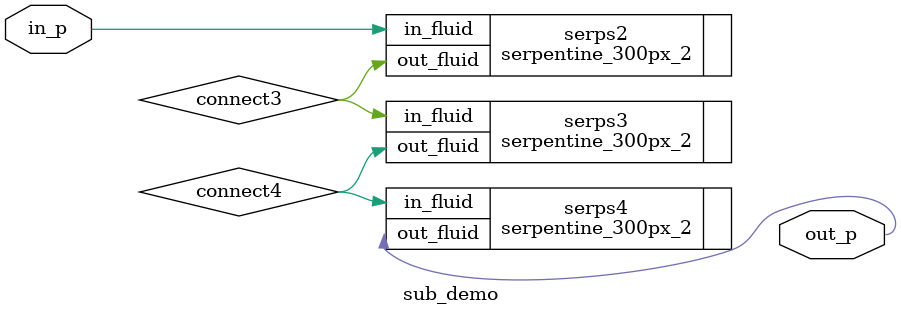
<source format=v>
module demo (
    soln1,
    soln2,
    soln3,
    out
);

input   soln1, soln2, soln3;
output  out;

wire    connect0,  connect1,  connect2,  connect3,  connect4,  connect5,  connect6;

// Specification
serpentine_50px_0   serp0   (.in_fluid(soln2), .out_fluid(connect0));
serpentine_150px_0  serp1   (.in_fluid(connect0), .out_fluid(connect1));

diffmix_25px_0      mix0    (.a_fluid(soln1), .b_fluid(connect1), .out_fluid(connect2));

//serpentine_300px_2  serp2   (.in_fluid(soln3), .out_fluid(connect3));
//serpentine_300px_2  serp3   (.in_fluid(connect3), .out_fluid(connect4));
//serpentine_300px_2  serp4   (.in_fluid(connect4), .out_fluid(connect5));

sub_demo sub1 (.in_p(soln3), .out_p(connect5));

diffmix_25px_0      mix1    (.a_fluid(connect2), .b_fluid(connect5), .out_fluid(connect6));

serpentine_300px_0  serp5  (.in_fluid(connect6), .out_fluid(out));

endmodule

module sub_demo(
in_p,
out_p
);

input in_p;
output out_p;
wire connect3, connect4;

serpentine_300px_2  serps2   (.in_fluid(in_p), .out_fluid(connect3));
serpentine_300px_2  serps3   (.in_fluid(connect3), .out_fluid(connect4));
serpentine_300px_2  serps4   (.in_fluid(connect4), .out_fluid(out_p));


endmodule
</source>
